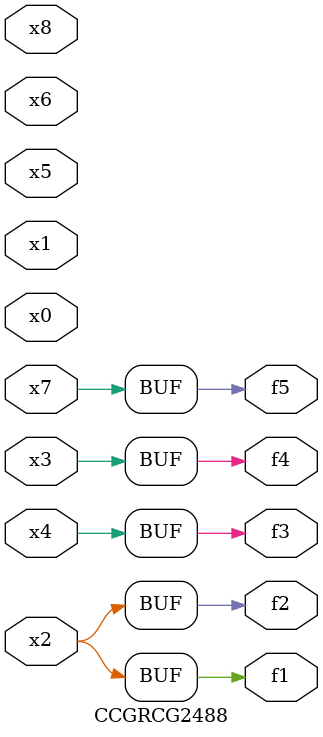
<source format=v>
module CCGRCG2488(
	input x0, x1, x2, x3, x4, x5, x6, x7, x8,
	output f1, f2, f3, f4, f5
);
	assign f1 = x2;
	assign f2 = x2;
	assign f3 = x4;
	assign f4 = x3;
	assign f5 = x7;
endmodule

</source>
